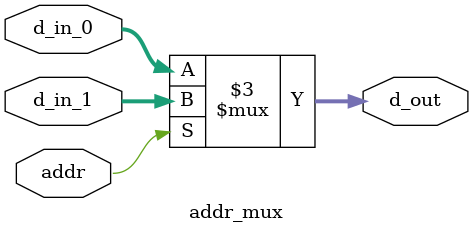
<source format=v>
`timescale 1ns/1ps

`define WIDTH 5


module addr_mux(addr, d_in_0, d_in_1, d_out);


input addr;
input [`WIDTH-1:0] d_in_0, d_in_1;

output reg [`WIDTH-1:0] d_out;

always @* begin
	if(addr) d_out = d_in_1;
	else d_out = d_in_0;
end
endmodule
</source>
